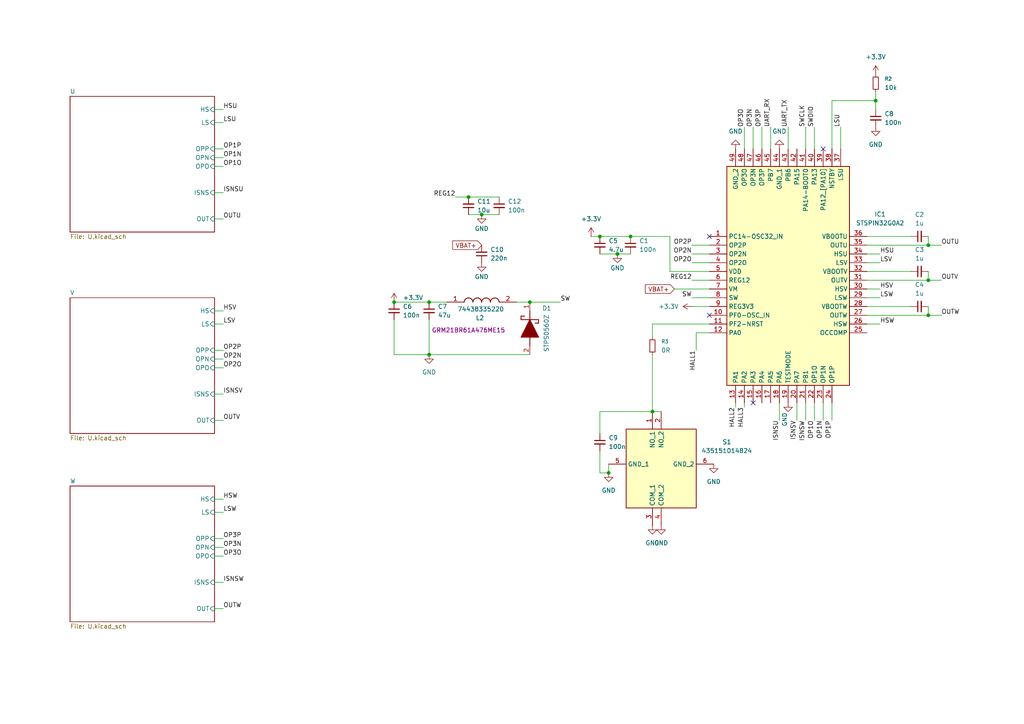
<source format=kicad_sch>
(kicad_sch (version 20250114) (generator "eeschema") (generator_version "9.0")
  (paper "A4")
  (lib_symbols
    (symbol "Device:C_Small" (pin_numbers (hide yes)) (pin_names (offset 0.254) (hide yes))
      (property "Reference" "C" (at 0.254 1.778 0))
      (property "Value" "C_Small" (at 0.254 -2.032 0))
      (symbol "C_Small_0_1"
        (polyline (pts (xy -1.524 0.508) (xy 1.524 0.508)) (stroke (width 0.3048)))
        (polyline (pts (xy -1.524 -0.508) (xy 1.524 -0.508)) (stroke (width 0.3302)))
      )
      (symbol "C_Small_1_1"
        (pin passive line (at 0 2.54 270) (length 2.032) (name "~") (number "1"))
        (pin passive line (at 0 -2.54 90) (length 2.032) (name "~") (number "2"))
      )
    )
    (symbol "Device:R_Small" (pin_numbers (hide yes)) (pin_names (offset 0.254) (hide yes))
      (property "Reference" "R" (at 0 0 90))
      (property "Value" "R_Small" (at 1.778 0 90))
      (symbol "R_Small_0_1"
        (rectangle (start -0.762 1.778) (end 0.762 -1.778) (stroke (width 0.2032)))
      )
      (symbol "R_Small_1_1"
        (pin passive line (at 0 2.54 270) (length 0.762) (name "~") (number "1"))
        (pin passive line (at 0 -2.54 90) (length 0.762) (name "~") (number "2"))
      )
    )
    (symbol "power:+3.3V" (power) (pin_numbers (hide yes)) (pin_names (offset 0) (hide yes))
      (property "Value" "+3.3V" (at 0 3.556 0))
      (symbol "+3.3V_0_1"
        (polyline (pts (xy -0.762 1.27) (xy 0 2.54)))
        (polyline (pts (xy 0 2.54) (xy 0.762 1.27)))
        (polyline (pts (xy 0 0) (xy 0 2.54)))
      )
      (symbol "+3.3V_1_1"
        (pin power_in line (at 0 0 90) (length 0) (name "~") (number "1"))
      )
    )
    (symbol "power:GND" (power) (pin_numbers (hide yes)) (pin_names (offset 0) (hide yes))
      (property "Value" "GND" (at 0 -3.81 0))
      (symbol "GND_0_1"
        (polyline (pts (xy 0 0) (xy 0 -1.27) (xy 1.27 -1.27) (xy 0 -2.54) (xy -1.27 -1.27) (xy 0 -1.27)))
      )
      (symbol "GND_1_1"
        (pin power_in line (at 0 0 270) (length 0) (name "~") (number "1"))
      )
    )
    (symbol "samacsys:435151014824"
      (property "Reference" "S" (at 26.67 15.24 0))
      (property "Value" "435151014824" (at 26.67 12.7 0))
      (symbol "435151014824_1_1"
        (rectangle (start 5.08 10.16) (end 25.4 -12.7) (stroke (width 0.254)) (fill (type background)))
        (pin passive line (at 0 0 0) (length 5.08) (name "GND_1") (number "5"))
        (pin passive line (at 12.7 15.24 270) (length 5.08) (name "NO_1") (number "1"))
        (pin passive line (at 12.7 -17.78 90) (length 5.08) (name "COM_1") (number "3"))
        (pin passive line (at 15.24 15.24 270) (length 5.08) (name "NO_2") (number "2"))
        (pin passive line (at 15.24 -17.78 90) (length 5.08) (name "COM_2") (number "4"))
        (pin passive line (at 30.48 0 180) (length 5.08) (name "GND_2") (number "6"))
      )
    )
    (symbol "samacsys:74438335220" (pin_names (hide yes))
      (property "Reference" "L" (at 16.51 6.35 0))
      (property "Value" "74438335220" (at 16.51 3.81 0))
      (symbol "74438335220_1_1"
        (arc (start 5.08 0) (mid 6.35 1.219) (end 7.62 0) (stroke (width 0.254)))
        (arc (start 7.62 0) (mid 8.89 1.219) (end 10.16 0) (stroke (width 0.254)))
        (arc (start 10.16 0) (mid 11.43 1.219) (end 12.7 0) (stroke (width 0.254)))
        (arc (start 12.7 0) (mid 13.97 1.219) (end 15.24 0) (stroke (width 0.254)))
        (pin passive line (at 0 0 0) (length 5.08) (name "1") (number "1"))
        (pin passive line (at 20.32 0 180) (length 5.08) (name "2") (number "2"))
      )
    )
    (symbol "samacsys:STPS0560Z" (pin_names (hide yes))
      (property "Reference" "D" (at 12.7 8.89 0))
      (property "Value" "STPS0560Z" (at 12.7 6.35 0))
      (symbol "STPS0560Z_1_1"
        (polyline (pts (xy 5.08 0) (xy 7.62 0)) (stroke (width 0.254)))
        (polyline (pts (xy 6.604 -1.524) (xy 6.604 -2.54)) (stroke (width 0.254)))
        (polyline (pts (xy 7.62 2.54) (xy 7.62 -2.54)) (stroke (width 0.254)))
        (polyline (pts (xy 7.62 2.54) (xy 8.636 2.54)) (stroke (width 0.254)))
        (polyline (pts (xy 7.62 0) (xy 12.7 2.54) (xy 12.7 -2.54) (xy 7.62 0)) (stroke (width 0.254)) (fill (type outline)))
        (polyline (pts (xy 7.62 -2.54) (xy 6.604 -2.54)) (stroke (width 0.254)))
        (polyline (pts (xy 8.636 1.524) (xy 8.636 2.54)) (stroke (width 0.254)))
        (polyline (pts (xy 12.7 0) (xy 15.24 0)) (stroke (width 0.254)))
        (pin passive line (at 2.54 0 0) (length 2.54) (name "K") (number "1"))
        (pin passive line (at 17.78 0 180) (length 2.54) (name "A") (number "2"))
      )
    )
    (symbol "samacsys:STSPIN32G0A2"
      (property "Reference" "IC" (at 41.91 25.4 0))
      (property "Value" "STSPIN32G0A2" (at 41.91 22.86 0))
      (symbol "STSPIN32G0A2_1_1"
        (rectangle (start 5.08 20.32) (end 40.64 -43.18) (stroke (width 0.254)) (fill (type background)))
        (pin passive line (at 0 0 0) (length 5.08) (name "PC14-OSC32_IN") (number "1"))
        (pin passive line (at 0 -2.54 0) (length 5.08) (name "OP2P") (number "2"))
        (pin passive line (at 0 -5.08 0) (length 5.08) (name "OP2N") (number "3"))
        (pin passive line (at 0 -7.62 0) (length 5.08) (name "OP2O") (number "4"))
        (pin passive line (at 0 -10.16 0) (length 5.08) (name "VDD") (number "5"))
        (pin passive line (at 0 -12.7 0) (length 5.08) (name "REG12") (number "6"))
        (pin passive line (at 0 -15.24 0) (length 5.08) (name "VM") (number "7"))
        (pin passive line (at 0 -17.78 0) (length 5.08) (name "SW") (number "8"))
        (pin passive line (at 0 -20.32 0) (length 5.08) (name "REG3V3") (number "9"))
        (pin passive line (at 0 -22.86 0) (length 5.08) (name "PF0-OSC_IN") (number "10"))
        (pin passive line (at 0 -25.4 0) (length 5.08) (name "PF2-NRST") (number "11"))
        (pin passive line (at 0 -27.94 0) (length 5.08) (name "PA0") (number "12"))
        (pin passive line (at 7.62 25.4 270) (length 5.08) (name "GND_2") (number "49"))
        (pin passive line (at 7.62 -48.26 90) (length 5.08) (name "PA1") (number "13"))
        (pin passive line (at 10.16 25.4 270) (length 5.08) (name "OP3O") (number "48"))
        (pin passive line (at 10.16 -48.26 90) (length 5.08) (name "PA2") (number "14"))
        (pin passive line (at 12.7 25.4 270) (length 5.08) (name "OP3N") (number "47"))
        (pin passive line (at 12.7 -48.26 90) (length 5.08) (name "PA3") (number "15"))
        (pin passive line (at 15.24 25.4 270) (length 5.08) (name "OP3P") (number "46"))
        (pin passive line (at 15.24 -48.26 90) (length 5.08) (name "PA4") (number "16"))
        (pin passive line (at 17.78 25.4 270) (length 5.08) (name "PB7") (number "45"))
        (pin passive line (at 17.78 -48.26 90) (length 5.08) (name "PA5") (number "17"))
        (pin passive line (at 20.32 25.4 270) (length 5.08) (name "GND_1") (number "44"))
        (pin passive line (at 20.32 -48.26 90) (length 5.08) (name "PA6") (number "18"))
        (pin passive line (at 22.86 25.4 270) (length 5.08) (name "PB6") (number "43"))
        (pin passive line (at 22.86 -48.26 90) (length 5.08) (name "TESTMODE") (number "19"))
        (pin passive line (at 25.4 25.4 270) (length 5.08) (name "PA15") (number "42"))
        (pin passive line (at 25.4 -48.26 90) (length 5.08) (name "PA7") (number "20"))
        (pin passive line (at 27.94 25.4 270) (length 5.08) (name "PA14-BOOT0") (number "41"))
        (pin passive line (at 27.94 -48.26 90) (length 5.08) (name "PB1") (number "21"))
        (pin passive line (at 30.48 25.4 270) (length 5.08) (name "PA13") (number "40"))
        (pin passive line (at 30.48 -48.26 90) (length 5.08) (name "OP1O") (number "22"))
        (pin passive line (at 33.02 25.4 270) (length 5.08) (name "PA12_[PA10]") (number "39"))
        (pin passive line (at 33.02 -48.26 90) (length 5.08) (name "OP1N") (number "23"))
        (pin passive line (at 35.56 25.4 270) (length 5.08) (name "NSTBY") (number "38"))
        (pin passive line (at 35.56 -48.26 90) (length 5.08) (name "OP1P") (number "24"))
        (pin passive line (at 38.1 25.4 270) (length 5.08) (name "LSU") (number "37"))
        (pin passive line (at 45.72 0 180) (length 5.08) (name "VBOOTU") (number "36"))
        (pin passive line (at 45.72 -2.54 180) (length 5.08) (name "OUTU") (number "35"))
        (pin passive line (at 45.72 -5.08 180) (length 5.08) (name "HSU") (number "34"))
        (pin passive line (at 45.72 -7.62 180) (length 5.08) (name "LSV") (number "33"))
        (pin passive line (at 45.72 -10.16 180) (length 5.08) (name "VBOOTV") (number "32"))
        (pin passive line (at 45.72 -12.7 180) (length 5.08) (name "OUTV") (number "31"))
        (pin passive line (at 45.72 -15.24 180) (length 5.08) (name "HSV") (number "30"))
        (pin passive line (at 45.72 -17.78 180) (length 5.08) (name "LSW") (number "29"))
        (pin passive line (at 45.72 -20.32 180) (length 5.08) (name "VBOOTW") (number "28"))
        (pin passive line (at 45.72 -22.86 180) (length 5.08) (name "OUTW") (number "27"))
        (pin passive line (at 45.72 -25.4 180) (length 5.08) (name "HSW") (number "26"))
        (pin passive line (at 45.72 -27.94 180) (length 5.08) (name "OCCOMP") (number "25"))
      )
    )
  )
  (junction (at 254 29.21))
  (junction (at 269.24 91.44))
  (junction (at 182.88 68.58))
  (junction (at 153.67 87.63))
  (junction (at 124.46 87.63))
  (junction (at 176.53 137.16))
  (junction (at 139.7 62.23))
  (junction (at 135.89 57.15))
  (junction (at 124.46 102.87))
  (junction (at 173.99 68.58))
  (junction (at 114.3 87.63))
  (junction (at 269.24 81.28))
  (junction (at 269.24 71.12))
  (junction (at 179.07 73.66))
  (junction (at 189.23 119.38))
  (no_connect (at 218.44 116.84))
  (no_connect (at 205.74 91.44))
  (no_connect (at 238.76 43.18))
  (no_connect (at 205.74 68.58))
  (wire (pts (xy 114.3 102.87) (xy 124.46 102.87)))
  (wire (pts (xy 233.68 36.83) (xy 233.68 43.18)))
  (wire (pts (xy 238.76 121.92) (xy 238.76 116.84)))
  (wire (pts (xy 236.22 36.83) (xy 236.22 43.18)))
  (wire (pts (xy 251.46 78.74) (xy 264.16 78.74)))
  (wire (pts (xy 255.27 73.66) (xy 251.46 73.66)))
  (wire (pts (xy 64.77 35.56) (xy 62.23 35.56)))
  (wire (pts (xy 64.77 93.98) (xy 62.23 93.98)))
  (wire (pts (xy 64.77 55.88) (xy 62.23 55.88)))
  (wire (pts (xy 226.06 121.92) (xy 226.06 116.84)))
  (wire (pts (xy 251.46 68.58) (xy 264.16 68.58)))
  (wire (pts (xy 173.99 119.38) (xy 189.23 119.38)))
  (wire (pts (xy 64.77 121.92) (xy 62.23 121.92)))
  (wire (pts (xy 189.23 93.98) (xy 189.23 97.79)))
  (wire (pts (xy 64.77 156.21) (xy 62.23 156.21)))
  (wire (pts (xy 269.24 81.28) (xy 273.05 81.28)))
  (wire (pts (xy 213.36 118.11) (xy 213.36 116.84)))
  (wire (pts (xy 189.23 119.38) (xy 191.77 119.38)))
  (wire (pts (xy 189.23 102.87) (xy 189.23 119.38)))
  (wire (pts (xy 135.89 57.15) (xy 144.78 57.15)))
  (wire (pts (xy 200.66 86.36) (xy 205.74 86.36)))
  (wire (pts (xy 64.77 106.68) (xy 62.23 106.68)))
  (wire (pts (xy 236.22 121.92) (xy 236.22 116.84)))
  (wire (pts (xy 64.77 176.53) (xy 62.23 176.53)))
  (wire (pts (xy 251.46 81.28) (xy 269.24 81.28)))
  (wire (pts (xy 269.24 68.58) (xy 269.24 71.12)))
  (wire (pts (xy 64.77 31.75) (xy 62.23 31.75)))
  (wire (pts (xy 149.86 87.63) (xy 153.67 87.63)))
  (wire (pts (xy 215.9 36.83) (xy 215.9 43.18)))
  (wire (pts (xy 201.93 96.52) (xy 205.74 96.52)))
  (wire (pts (xy 64.77 45.72) (xy 62.23 45.72)))
  (wire (pts (xy 251.46 71.12) (xy 269.24 71.12)))
  (wire (pts (xy 114.3 87.63) (xy 124.46 87.63)))
  (wire (pts (xy 124.46 102.87) (xy 153.67 102.87)))
  (wire (pts (xy 179.07 73.66) (xy 182.88 73.66)))
  (wire (pts (xy 176.53 137.16) (xy 176.53 134.62)))
  (wire (pts (xy 255.27 93.98) (xy 251.46 93.98)))
  (wire (pts (xy 205.74 93.98) (xy 189.23 93.98)))
  (wire (pts (xy 215.9 118.11) (xy 215.9 116.84)))
  (wire (pts (xy 269.24 71.12) (xy 273.05 71.12)))
  (wire (pts (xy 251.46 91.44) (xy 269.24 91.44)))
  (wire (pts (xy 64.77 144.78) (xy 62.23 144.78)))
  (wire (pts (xy 64.77 101.6) (xy 62.23 101.6)))
  (wire (pts (xy 182.88 68.58) (xy 194.31 68.58)))
  (wire (pts (xy 173.99 68.58) (xy 182.88 68.58)))
  (wire (pts (xy 64.77 90.17) (xy 62.23 90.17)))
  (wire (pts (xy 195.58 83.82) (xy 205.74 83.82)))
  (wire (pts (xy 64.77 104.14) (xy 62.23 104.14)))
  (wire (pts (xy 254 26.67) (xy 254 29.21)))
  (wire (pts (xy 64.77 158.75) (xy 62.23 158.75)))
  (wire (pts (xy 231.14 121.92) (xy 231.14 116.84)))
  (wire (pts (xy 241.3 29.21) (xy 241.3 43.18)))
  (wire (pts (xy 173.99 119.38) (xy 173.99 125.73)))
  (wire (pts (xy 200.66 81.28) (xy 205.74 81.28)))
  (wire (pts (xy 194.31 78.74) (xy 205.74 78.74)))
  (wire (pts (xy 269.24 88.9) (xy 269.24 91.44)))
  (wire (pts (xy 201.93 96.52) (xy 201.93 101.6)))
  (wire (pts (xy 228.6 36.83) (xy 228.6 43.18)))
  (wire (pts (xy 241.3 121.92) (xy 241.3 116.84)))
  (wire (pts (xy 124.46 92.71) (xy 124.46 102.87)))
  (wire (pts (xy 241.3 29.21) (xy 254 29.21)))
  (wire (pts (xy 173.99 137.16) (xy 176.53 137.16)))
  (wire (pts (xy 173.99 73.66) (xy 179.07 73.66)))
  (wire (pts (xy 255.27 83.82) (xy 251.46 83.82)))
  (wire (pts (xy 139.7 62.23) (xy 144.78 62.23)))
  (wire (pts (xy 173.99 130.81) (xy 173.99 137.16)))
  (wire (pts (xy 64.77 63.5) (xy 62.23 63.5)))
  (wire (pts (xy 114.3 102.87) (xy 114.3 92.71)))
  (wire (pts (xy 243.84 36.83) (xy 243.84 43.18)))
  (wire (pts (xy 194.31 68.58) (xy 194.31 78.74)))
  (wire (pts (xy 255.27 76.2) (xy 251.46 76.2)))
  (wire (pts (xy 64.77 43.18) (xy 62.23 43.18)))
  (wire (pts (xy 220.98 36.83) (xy 220.98 43.18)))
  (wire (pts (xy 132.08 57.15) (xy 135.89 57.15)))
  (wire (pts (xy 255.27 86.36) (xy 251.46 86.36)))
  (wire (pts (xy 223.52 36.83) (xy 223.52 43.18)))
  (wire (pts (xy 269.24 78.74) (xy 269.24 81.28)))
  (wire (pts (xy 269.24 91.44) (xy 273.05 91.44)))
  (wire (pts (xy 153.67 87.63) (xy 162.56 87.63)))
  (wire (pts (xy 64.77 114.3) (xy 62.23 114.3)))
  (wire (pts (xy 200.66 71.12) (xy 205.74 71.12)))
  (wire (pts (xy 135.89 62.23) (xy 139.7 62.23)))
  (wire (pts (xy 124.46 87.63) (xy 129.54 87.63)))
  (wire (pts (xy 254 29.21) (xy 254 31.75)))
  (wire (pts (xy 64.77 48.26) (xy 62.23 48.26)))
  (wire (pts (xy 251.46 88.9) (xy 264.16 88.9)))
  (wire (pts (xy 64.77 168.91) (xy 62.23 168.91)))
  (wire (pts (xy 218.44 36.83) (xy 218.44 43.18)))
  (wire (pts (xy 171.45 68.58) (xy 173.99 68.58)))
  (wire (pts (xy 200.66 73.66) (xy 205.74 73.66)))
  (wire (pts (xy 64.77 161.29) (xy 62.23 161.29)))
  (wire (pts (xy 200.66 76.2) (xy 205.74 76.2)))
  (wire (pts (xy 200.66 88.9) (xy 205.74 88.9)))
  (wire (pts (xy 64.77 148.59) (xy 62.23 148.59)))
  (wire (pts (xy 233.68 121.92) (xy 233.68 116.84)))
  (label "OUTU" (at 64.77 63.5 0))
  (label "OUTW" (at 64.77 176.53 0))
  (label "LSU" (at 243.84 36.83 90))
  (label "OUTW" (at 273.05 91.44 0))
  (label "OP2P" (at 64.77 101.6 0))
  (label "LSV" (at 64.77 93.98 0))
  (label "SW" (at 162.56 87.63 0))
  (label "OP2O" (at 64.77 106.68 0))
  (label "HSV" (at 64.77 90.17 0))
  (label "ISNSV" (at 64.77 114.3 0))
  (label "OUTV" (at 273.05 81.28 0))
  (label "OP3P" (at 64.77 156.21 0))
  (label "REG12" (at 200.66 81.28 180))
  (label "HSU" (at 255.27 73.66 0))
  (label "LSW" (at 64.77 148.59 0))
  (label "SWDIO" (at 236.22 36.83 90))
  (label "UART_TX" (at 228.6 36.83 90))
  (label "ISNSW" (at 233.68 121.92 270))
  (label "OP1N" (at 238.76 121.92 270))
  (label "OP2O" (at 200.66 76.2 180))
  (label "LSU" (at 64.77 35.56 0))
  (label "REG12" (at 132.08 57.15 180))
  (label "HSW" (at 255.27 93.98 0))
  (label "ISNSU" (at 64.77 55.88 0))
  (label "HALL3" (at 215.9 118.11 270))
  (label "OUTV" (at 64.77 121.92 0))
  (label "SWCLK" (at 233.68 36.83 90))
  (label "HSW" (at 64.77 144.78 0))
  (label "HALL1" (at 201.93 101.6 270))
  (label "LSW" (at 255.27 86.36 0))
  (label "OP2P" (at 200.66 71.12 180))
  (label "HSV" (at 255.27 83.82 0))
  (label "SW" (at 200.66 86.36 180))
  (label "OP2N" (at 64.77 104.14 0))
  (label "OP3N" (at 64.77 158.75 0))
  (label "ISNSW" (at 64.77 168.91 0))
  (label "ISNSV" (at 231.14 121.92 270))
  (label "OP3O" (at 64.77 161.29 0))
  (label "OP1O" (at 64.77 48.26 0))
  (label "LSV" (at 255.27 76.2 0))
  (label "OP1O" (at 236.22 121.92 270))
  (label "OP3O" (at 215.9 36.83 90))
  (label "OP1N" (at 64.77 45.72 0))
  (label "OP1P" (at 64.77 43.18 0))
  (label "OUTU" (at 273.05 71.12 0))
  (label "OP3N" (at 218.44 36.83 90))
  (label "UART_RX" (at 223.52 36.83 90))
  (label "ISNSU" (at 226.06 121.92 270))
  (label "OP3P" (at 220.98 36.83 90))
  (label "OP1P" (at 241.3 121.92 270))
  (label "HSU" (at 64.77 31.75 0))
  (label "HALL2" (at 213.36 118.11 270))
  (label "OP2N" (at 200.66 73.66 180))
  (global_label "VBAT+" (shape input) (at 195.58 83.82 180) (property "Intersheetrefs" "${INTERSHEET_REFS}" (effects (hide yes))))
  (global_label "VBAT+" (shape input) (at 139.7 71.12 180) (property "Intersheetrefs" "${INTERSHEET_REFS}" (effects (hide yes))))
  (symbol (lib_id "Device:C_Small") (at 266.7 78.74 90) (unit 1)
    (property "Reference" "C3" (at 266.7063 72.39 90))
    (property "Value" "1u" (at 266.7063 74.93 90))
    (property "Footprint" "Capacitor_SMD:C_0603_1608Metric" (effects (hide yes)))
    (property "Description" "Unpolarized capacitor, small symbol" (effects (hide yes)))
  )
  (symbol (lib_id "power:GND") (at 176.53 137.16 0) (unit 1)
    (property "Reference" "#PWR013" (effects (hide yes)))
    (property "Value" "GND" (at 176.53 142.24 0))
    (property "Description" "Power symbol creates a global label with name \"GND\" , ground" (effects (hide yes)))
  )
  (symbol (lib_id "Device:C_Small") (at 135.89 59.69 180) (unit 1)
    (property "Reference" "C11" (at 138.43 58.4135 0) (effects (justify right)))
    (property "Value" "10u" (at 138.43 60.9535 0) (effects (justify right)))
    (property "Footprint" "Capacitor_SMD:C_0603_1608Metric" (effects (hide yes)))
    (property "Description" "Unpolarized capacitor, small symbol" (effects (hide yes)))
  )
  (symbol (lib_id "power:GND") (at 139.7 76.2 0) (unit 1)
    (property "Reference" "#PWR015" (effects (hide yes)))
    (property "Value" "GND" (at 139.7 80.264 0))
    (property "Description" "Power symbol creates a global label with name \"GND\" , ground" (effects (hide yes)))
  )
  (symbol (lib_id "Device:R_Small") (at 254 24.13 0) (unit 1)
    (property "Reference" "R2" (at 256.54 22.8599 0) (effects (font (size 1.016 1.016)) (justify left)))
    (property "Value" "10k" (at 256.54 25.3999 0) (effects (justify left)))
    (property "Footprint" "Resistor_SMD:R_0201_0603Metric_Pad0.64x0.40mm_HandSolder" (effects (hide yes)))
    (property "Description" "Resistor, small symbol" (effects (hide yes)))
  )
  (symbol (lib_id "Device:C_Small") (at 144.78 59.69 0) (unit 1)
    (property "Reference" "C12" (at 147.32 58.4262 0) (effects (justify left)))
    (property "Value" "100n" (at 147.32 60.9662 0) (effects (justify left)))
    (property "Footprint" "Capacitor_SMD:C_0201_0603Metric_Pad0.64x0.40mm_HandSolder" (effects (hide yes)))
    (property "Description" "Unpolarized capacitor, small symbol" (effects (hide yes)))
  )
  (symbol (lib_id "power:+3.3V") (at 171.45 68.58 0) (unit 1)
    (property "Reference" "#PWR03" (effects (hide yes)))
    (property "Value" "+3.3V" (at 171.45 63.5 0))
    (property "Description" "Power symbol creates a global label with name \"+3.3V\"" (effects (hide yes)))
  )
  (symbol (lib_id "samacsys:STSPIN32G0A2") (at 205.74 68.58 0) (unit 1)
    (property "Reference" "IC1" (at 255.27 62.1598 0))
    (property "Value" "STSPIN32G0A2" (at 255.27 64.6998 0))
    (property "Footprint" "samacsys:QFN50P700X700X105-49N-D" (effects (hide yes)))
    (property "Datasheet" "https://www.st.com/resource/en/datasheet/stspin32g0a1.pdf" (effects (hide yes)))
    (property "Description" "Advanced brushless motor controller with embedded STM32G0 MCU Operating voltage from 6.7 to 45 V temperature range: -40 to +125 C" (effects (hide yes)))
    (property "Height" "1.05" (effects (hide yes)))
    (property "Manufacturer_Name" "STMicroelectronics" (effects (hide yes)))
    (property "Manufacturer_Part_Number" "STSPIN32G0A2" (effects (hide yes)))
  )
  (symbol (lib_id "power:GND") (at 254 36.83 0) (unit 1)
    (property "Reference" "#PWR09" (effects (hide yes)))
    (property "Value" "GND" (at 254 41.91 0))
    (property "Description" "Power symbol creates a global label with name \"GND\" , ground" (effects (hide yes)))
  )
  (symbol (lib_id "power:GND") (at 228.6 116.84 0) (unit 1)
    (property "Reference" "#PWR014" (effects (hide yes)))
    (property "Value" "GND" (at 227.584 121.666 90))
    (property "Description" "Power symbol creates a global label with name \"GND\" , ground" (effects (hide yes)))
  )
  (symbol (lib_id "samacsys:STPS0560Z") (at 153.67 85.09 270) (unit 1)
    (property "Reference" "D1" (at 157.226 89.408 90) (effects (justify left)))
    (property "Value" "STPS0560Z" (at 158.496 91.186 0) (effects (justify left)))
    (property "Footprint" "STPS0560Z" (effects (hide yes)))
    (property "Datasheet" "http://www.st.com/web/en/resource/technical/document/datasheet/CD00001852.pdf" (effects (hide yes)))
    (property "Description" "STPS0560Z, Schottky Diode,  0.5A max, 60V, 2-Pin, SOD-123" (effects (hide yes)))
    (property "Manufacturer_Name" "STMicroelectronics" (effects (hide yes)))
    (property "Manufacturer_Part_Number" "STPS0560Z" (effects (hide yes)))
    (property "Mouser Part Number" "511-STPS0560Z" (effects (hide yes)))
    (property "Mouser Price/Stock" "https://www.mouser.co.uk/ProductDetail/STMicroelectronics/STPS0560Z?qs=E0mHVHmM7ubnz8C3lwoo5Q%3D%3D" (effects (hide yes)))
    (property "Arrow Part Number" "STPS0560Z" (effects (hide yes)))
    (property "Arrow Price/Stock" "https://www.arrow.com/en/products/stps0560z/stmicroelectronics?region=nac" (effects (hide yes)))
  )
  (symbol (lib_id "Device:C_Small") (at 173.99 128.27 0) (unit 1)
    (property "Reference" "C9" (at 176.53 127.0062 0) (effects (justify left)))
    (property "Value" "100n" (at 176.53 129.5462 0) (effects (justify left)))
    (property "Footprint" "Capacitor_SMD:C_0201_0603Metric_Pad0.64x0.40mm_HandSolder" (effects (hide yes)))
    (property "Description" "Unpolarized capacitor, small symbol" (effects (hide yes)))
  )
  (symbol (lib_id "samacsys:435151014824") (at 176.53 134.62 0) (unit 1)
    (property "Reference" "S1" (at 210.82 128.1998 0))
    (property "Value" "435151014824" (at 210.82 130.7398 0))
    (property "Footprint" "435151014824" (effects (hide yes)))
    (property "Datasheet" "https://componentsearchengine.com/Datasheets/2/435151014824.pdf" (effects (hide yes)))
    (property "Description" "Tactile Switches WS-TASV Tact Switch" (effects (hide yes)))
    (property "Height" "1.4" (effects (hide yes)))
    (property "Mouser Part Number" "710-435151014824" (effects (hide yes)))
    (property "Mouser Price/Stock" "https://www.mouser.co.uk/ProductDetail/Wurth-Elektronik/435151014824?qs=OlC7AqGiEDkCCtReGm3ZVw%3D%3D" (effects (hide yes)))
    (property "Manufacturer_Name" "Wurth Elektronik" (effects (hide yes)))
    (property "Manufacturer_Part_Number" "435151014824" (effects (hide yes)))
  )
  (symbol (lib_id "power:GND") (at 139.7 62.23 0) (unit 1)
    (property "Reference" "#PWR016" (effects (hide yes)))
    (property "Value" "GND" (at 139.7 66.294 0))
    (property "Description" "Power symbol creates a global label with name \"GND\" , ground" (effects (hide yes)))
  )
  (symbol (lib_id "Device:C_Small") (at 266.7 68.58 90) (unit 1)
    (property "Reference" "C2" (at 266.7063 62.23 90))
    (property "Value" "1u" (at 266.7063 64.77 90))
    (property "Footprint" "Capacitor_SMD:C_0603_1608Metric" (effects (hide yes)))
    (property "Description" "Unpolarized capacitor, small symbol" (effects (hide yes)))
  )
  (symbol (lib_id "power:GND") (at 191.77 152.4 0) (unit 1)
    (property "Reference" "#PWR011" (effects (hide yes)))
    (property "Value" "GND" (at 191.77 157.48 0))
    (property "Description" "Power symbol creates a global label with name \"GND\" , ground" (effects (hide yes)))
  )
  (symbol (lib_id "Device:C_Small") (at 124.46 90.17 0) (unit 1)
    (property "Reference" "C7" (at 127 88.9062 0) (effects (justify left)))
    (property "Value" "47u" (at 127 91.4462 0) (effects (justify left)))
    (property "Footprint" "Capacitor_SMD:C_0805_2012Metric" (effects (hide yes)))
    (property "Description" "GRM21BR61A476ME15" (at 135.89 95.758 0))
  )
  (symbol (lib_id "power:+3.3V") (at 200.66 88.9 90) (unit 1)
    (property "Reference" "#PWR05" (effects (hide yes)))
    (property "Value" "+3.3V" (at 196.85 88.8999 90) (effects (justify left)))
    (property "Description" "Power symbol creates a global label with name \"+3.3V\"" (effects (hide yes)))
  )
  (symbol (lib_id "power:GND") (at 207.01 134.62 0) (unit 1)
    (property "Reference" "#PWR012" (effects (hide yes)))
    (property "Value" "GND" (at 207.01 139.7 0))
    (property "Description" "Power symbol creates a global label with name \"GND\" , ground" (effects (hide yes)))
  )
  (symbol (lib_id "Device:C_Small") (at 254 34.29 0) (unit 1)
    (property "Reference" "C8" (at 256.54 33.0262 0) (effects (justify left)))
    (property "Value" "100n" (at 256.54 35.5662 0) (effects (justify left)))
    (property "Footprint" "Capacitor_SMD:C_0201_0603Metric_Pad0.64x0.40mm_HandSolder" (effects (hide yes)))
    (property "Description" "Unpolarized capacitor, small symbol" (effects (hide yes)))
  )
  (symbol (lib_id "Device:C_Small") (at 182.88 71.12 0) (unit 1)
    (property "Reference" "C1" (at 185.42 69.8562 0) (effects (justify left)))
    (property "Value" "100n" (at 185.42 72.3962 0) (effects (justify left)))
    (property "Footprint" "Capacitor_SMD:C_0201_0603Metric_Pad0.64x0.40mm_HandSolder" (effects (hide yes)))
    (property "Description" "Unpolarized capacitor, small symbol" (effects (hide yes)))
  )
  (symbol (lib_id "power:GND") (at 213.36 43.18 180) (unit 1)
    (property "Reference" "#PWR01" (effects (hide yes)))
    (property "Value" "GND" (at 213.36 38.1 0))
    (property "Description" "Power symbol creates a global label with name \"GND\" , ground" (effects (hide yes)))
  )
  (symbol (lib_id "Device:C_Small") (at 114.3 90.17 0) (unit 1)
    (property "Reference" "C6" (at 116.84 88.9062 0) (effects (justify left)))
    (property "Value" "100n" (at 116.84 91.4462 0) (effects (justify left)))
    (property "Footprint" "Capacitor_SMD:C_0201_0603Metric_Pad0.64x0.40mm_HandSolder" (effects (hide yes)))
    (property "Description" "Unpolarized capacitor, small symbol" (effects (hide yes)))
  )
  (symbol (lib_id "power:+3.3V") (at 114.3 87.63 0) (unit 1)
    (property "Reference" "#PWR06" (effects (hide yes)))
    (property "Value" "+3.3V" (at 116.84 86.3599 0) (effects (justify left)))
    (property "Description" "Power symbol creates a global label with name \"+3.3V\"" (effects (hide yes)))
  )
  (symbol (lib_id "samacsys:74438335220") (at 129.54 87.63 0) (unit 1)
    (property "Reference" "L2" (at 139.192 92.202 0))
    (property "Value" "74438335220" (at 139.446 89.662 0))
    (property "Footprint" "74438335220" (effects (hide yes)))
    (property "Datasheet" "http://katalog.we-online.de/pbs/datasheet/74438335220.pdf" (effects (hide yes)))
    (property "Description" "Power Inductor (SMD), 22 H, 600 mA, Shielded, 1.6 A, WE-MAPI, 3mm x 3mm x 1.5mm" (effects (hide yes)))
    (property "Height" "1.5" (effects (hide yes)))
    (property "Manufacturer_Name" "Wurth Elektronik" (effects (hide yes)))
    (property "Manufacturer_Part_Number" "74438335220" (effects (hide yes)))
    (property "Mouser Part Number" "710-74438335220" (effects (hide yes)))
    (property "Mouser Price/Stock" "https://www.mouser.co.uk/ProductDetail/Wurth-Elektronik/74438335220?qs=ZB8tH5z5N7bAy7niI35oLA%3D%3D" (effects (hide yes)))
  )
  (symbol (lib_id "power:GND") (at 179.07 73.66 0) (unit 1)
    (property "Reference" "#PWR04" (effects (hide yes)))
    (property "Value" "GND" (at 179.07 77.724 0))
    (property "Description" "Power symbol creates a global label with name \"GND\" , ground" (effects (hide yes)))
  )
  (symbol (lib_id "Device:C_Small") (at 139.7 73.66 180) (unit 1)
    (property "Reference" "C10" (at 142.24 72.3835 0) (effects (justify right)))
    (property "Value" "220n" (at 142.24 74.9235 0) (effects (justify right)))
    (property "Footprint" "Capacitor_SMD:C_0603_1608Metric" (effects (hide yes)))
    (property "Description" "Unpolarized capacitor, small symbol" (effects (hide yes)))
  )
  (symbol (lib_id "Device:C_Small") (at 266.7 88.9 90) (unit 1)
    (property "Reference" "C4" (at 266.7063 82.55 90))
    (property "Value" "1u" (at 266.7063 85.09 90))
    (property "Footprint" "Capacitor_SMD:C_0603_1608Metric" (effects (hide yes)))
    (property "Description" "Unpolarized capacitor, small symbol" (effects (hide yes)))
  )
  (symbol (lib_id "Device:C_Small") (at 173.99 71.12 0) (unit 1)
    (property "Reference" "C5" (at 176.53 69.8562 0) (effects (justify left)))
    (property "Value" "4.7u" (at 176.53 72.3962 0) (effects (justify left)))
    (property "Footprint" "Capacitor_SMD:C_0402_1005Metric" (effects (hide yes)))
    (property "Description" "Unpolarized capacitor, small symbol" (effects (hide yes)))
  )
  (symbol (lib_id "power:GND") (at 226.06 43.18 180) (unit 1)
    (property "Reference" "#PWR02" (effects (hide yes)))
    (property "Value" "GND" (at 226.06 38.1 0))
    (property "Description" "Power symbol creates a global label with name \"GND\" , ground" (effects (hide yes)))
  )
  (symbol (lib_id "Device:R_Small") (at 189.23 100.33 0) (unit 1)
    (property "Reference" "R3" (at 191.77 99.0599 0) (effects (font (size 1.016 1.016)) (justify left)))
    (property "Value" "0R" (at 191.77 101.5999 0) (effects (justify left)))
    (property "Footprint" "Resistor_SMD:R_0201_0603Metric_Pad0.64x0.40mm_HandSolder" (effects (hide yes)))
    (property "Description" "Resistor, small symbol" (effects (hide yes)))
  )
  (symbol (lib_id "power:+3.3V") (at 254 21.59 0) (unit 1)
    (property "Reference" "#PWR08" (effects (hide yes)))
    (property "Value" "+3.3V" (at 254 16.51 0))
    (property "Description" "Power symbol creates a global label with name \"+3.3V\"" (effects (hide yes)))
  )
  (symbol (lib_id "power:GND") (at 189.23 152.4 0) (unit 1)
    (property "Reference" "#PWR010" (effects (hide yes)))
    (property "Value" "GND" (at 189.23 157.48 0))
    (property "Description" "Power symbol creates a global label with name \"GND\" , ground" (effects (hide yes)))
  )
  (symbol (lib_id "power:GND") (at 124.46 102.87 0) (unit 1)
    (property "Reference" "#PWR07" (effects (hide yes)))
    (property "Value" "GND" (at 124.46 107.95 0))
    (property "Description" "Power symbol creates a global label with name \"GND\" , ground" (effects (hide yes)))
  )
  (sheet (at 20.32 86.36) (size 41.91 39.37) (stroke (width 0.1524))
    (property "Sheetname" "V" (at 20.32 85.6484 0) (effects (justify left bottom)))
    (property "Sheetfile" "U.kicad_sch" (at 20.32 126.3146 0) (effects (justify left top)))
    (pin "HS" input (at 62.23 90.17 0))
    (pin "ISNS" input (at 62.23 114.3 0))
    (pin "LS" input (at 62.23 93.98 0))
    (pin "OPN" input (at 62.23 104.14 0))
    (pin "OPO" input (at 62.23 106.68 0))
    (pin "OPP" input (at 62.23 101.6 0))
    (pin "OUT" input (at 62.23 121.92 0))
  )
  (sheet (at 20.32 27.94) (size 41.91 39.37) (stroke (width 0.1524))
    (property "Sheetname" "U" (at 20.32 27.2284 0) (effects (justify left bottom)))
    (property "Sheetfile" "U.kicad_sch" (at 20.32 67.8946 0) (effects (justify left top)))
    (pin "HS" input (at 62.23 31.75 0))
    (pin "ISNS" input (at 62.23 55.88 0))
    (pin "LS" input (at 62.23 35.56 0))
    (pin "OPN" input (at 62.23 45.72 0))
    (pin "OPO" input (at 62.23 48.26 0))
    (pin "OPP" input (at 62.23 43.18 0))
    (pin "OUT" input (at 62.23 63.5 0))
  )
  (sheet (at 20.32 140.97) (size 41.91 39.37) (stroke (width 0.1524))
    (property "Sheetname" "W" (at 20.32 140.2584 0) (effects (justify left bottom)))
    (property "Sheetfile" "U.kicad_sch" (at 20.32 180.9246 0) (effects (justify left top)))
    (pin "HS" input (at 62.23 144.78 0))
    (pin "ISNS" input (at 62.23 168.91 0))
    (pin "LS" input (at 62.23 148.59 0))
    (pin "OPN" input (at 62.23 158.75 0))
    (pin "OPO" input (at 62.23 161.29 0))
    (pin "OPP" input (at 62.23 156.21 0))
    (pin "OUT" input (at 62.23 176.53 0))
  )
)
</source>
